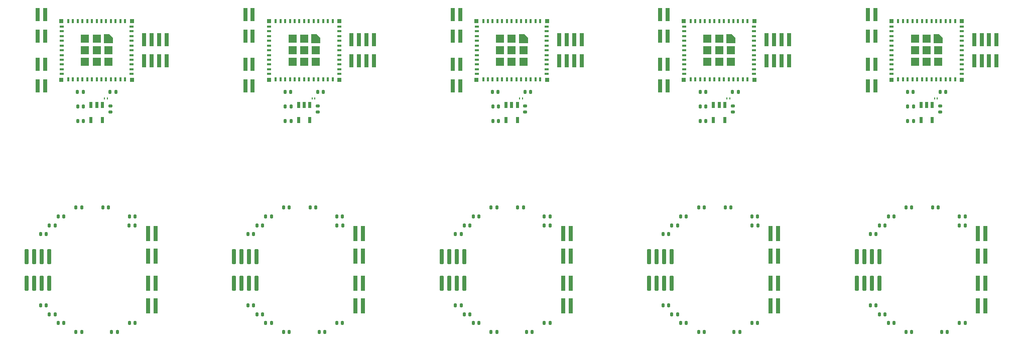
<source format=gbr>
%TF.GenerationSoftware,KiCad,Pcbnew,8.0.2-1*%
%TF.CreationDate,2025-04-11T08:43:50-07:00*%
%TF.ProjectId,Small_Pendant,536d616c-6c5f-4506-956e-64616e742e6b,rev?*%
%TF.SameCoordinates,Original*%
%TF.FileFunction,Paste,Bot*%
%TF.FilePolarity,Positive*%
%FSLAX46Y46*%
G04 Gerber Fmt 4.6, Leading zero omitted, Abs format (unit mm)*
G04 Created by KiCad (PCBNEW 8.0.2-1) date 2025-04-11 08:43:50*
%MOMM*%
%LPD*%
G01*
G04 APERTURE LIST*
G04 Aperture macros list*
%AMRoundRect*
0 Rectangle with rounded corners*
0 $1 Rounding radius*
0 $2 $3 $4 $5 $6 $7 $8 $9 X,Y pos of 4 corners*
0 Add a 4 corners polygon primitive as box body*
4,1,4,$2,$3,$4,$5,$6,$7,$8,$9,$2,$3,0*
0 Add four circle primitives for the rounded corners*
1,1,$1+$1,$2,$3*
1,1,$1+$1,$4,$5*
1,1,$1+$1,$6,$7*
1,1,$1+$1,$8,$9*
0 Add four rect primitives between the rounded corners*
20,1,$1+$1,$2,$3,$4,$5,0*
20,1,$1+$1,$4,$5,$6,$7,0*
20,1,$1+$1,$6,$7,$8,$9,0*
20,1,$1+$1,$8,$9,$2,$3,0*%
%AMFreePoly0*
4,1,14,0.765355,0.765355,0.780000,0.730000,0.780000,-0.720000,0.765355,-0.755355,0.730000,-0.770000,-0.120000,-0.770000,-0.155355,-0.755355,-0.755355,-0.155355,-0.770000,-0.120000,-0.770000,0.730000,-0.755355,0.765355,-0.720000,0.780000,0.730000,0.780000,0.765355,0.765355,0.765355,0.765355,$1*%
G04 Aperture macros list end*
%ADD10RoundRect,0.190000X0.190000X1.060000X-0.190000X1.060000X-0.190000X-1.060000X0.190000X-1.060000X0*%
%ADD11RoundRect,0.140000X0.140000X0.170000X-0.140000X0.170000X-0.140000X-0.170000X0.140000X-0.170000X0*%
%ADD12RoundRect,0.185000X-0.185000X0.915000X-0.185000X-0.915000X0.185000X-0.915000X0.185000X0.915000X0*%
%ADD13RoundRect,0.185000X-0.185000X1.115000X-0.185000X-1.115000X0.185000X-1.115000X0.185000X1.115000X0*%
%ADD14RoundRect,0.185000X0.185000X-0.915000X0.185000X0.915000X-0.185000X0.915000X-0.185000X-0.915000X0*%
%ADD15RoundRect,0.140000X-0.140000X-0.170000X0.140000X-0.170000X0.140000X0.170000X-0.140000X0.170000X0*%
%ADD16R,0.620000X1.100000*%
%ADD17R,0.800000X0.400000*%
%ADD18R,0.400000X0.800000*%
%ADD19R,1.450000X1.450000*%
%ADD20FreePoly0,180.000000*%
%ADD21R,0.700000X0.700000*%
%ADD22R,0.200000X0.350000*%
%ADD23RoundRect,0.135000X0.185000X-0.135000X0.185000X0.135000X-0.185000X0.135000X-0.185000X-0.135000X0*%
%ADD24RoundRect,0.135000X0.135000X0.185000X-0.135000X0.185000X-0.135000X-0.185000X0.135000X-0.185000X0*%
G04 APERTURE END LIST*
D10*
%TO.C,J35*%
X172000000Y-79250000D03*
X172000000Y-74750000D03*
X170730000Y-79250000D03*
X170730000Y-74750000D03*
X169460000Y-79250000D03*
X169460000Y-74750000D03*
X168190000Y-79250000D03*
X168190000Y-74750000D03*
%TD*%
D11*
%TO.C,C136*%
X177480000Y-87500000D03*
X176520000Y-87500000D03*
%TD*%
%TO.C,C121*%
X177780000Y-51900000D03*
X176820000Y-51900000D03*
%TD*%
D12*
%TO.C,J32*%
X188000000Y-38200000D03*
X188000000Y-41800000D03*
X189270000Y-38200000D03*
X189270000Y-41800000D03*
X190530000Y-38200000D03*
X190530000Y-41800000D03*
X191800000Y-38200000D03*
X191800000Y-41800000D03*
%TD*%
D11*
%TO.C,C131*%
X172980000Y-69500000D03*
X172020000Y-69500000D03*
%TD*%
D13*
%TO.C,J33*%
X188670000Y-70900000D03*
X188670000Y-74700000D03*
X189930000Y-70900000D03*
X189930000Y-74700000D03*
%TD*%
D11*
%TO.C,C137*%
X183480000Y-87500000D03*
X182520000Y-87500000D03*
%TD*%
%TO.C,C127*%
X177730000Y-46990000D03*
X176770000Y-46990000D03*
%TD*%
%TO.C,C134*%
X172980000Y-84500000D03*
X172020000Y-84500000D03*
%TD*%
D14*
%TO.C,J30*%
X171330000Y-34000000D03*
X171330000Y-37600000D03*
X170070000Y-34000000D03*
X170070000Y-37600000D03*
%TD*%
D15*
%TO.C,C139*%
X185520000Y-68000000D03*
X186480000Y-68000000D03*
%TD*%
%TO.C,C128*%
X182270000Y-46990000D03*
X183230000Y-46990000D03*
%TD*%
D16*
%TO.C,U18*%
X179050000Y-49200000D03*
X180000000Y-49200000D03*
X180950000Y-49200000D03*
X180950000Y-51800000D03*
X179050000Y-51800000D03*
%TD*%
D11*
%TO.C,C140*%
X181980000Y-66500000D03*
X181020000Y-66500000D03*
%TD*%
D15*
%TO.C,C133*%
X170520000Y-83000000D03*
X171480000Y-83000000D03*
%TD*%
D11*
%TO.C,C129*%
X177480000Y-66500000D03*
X176520000Y-66500000D03*
%TD*%
D17*
%TO.C,U17*%
X185900000Y-36000000D03*
X185900000Y-36800000D03*
X185900000Y-37600000D03*
X185900000Y-38400000D03*
X185900000Y-39200000D03*
X185900000Y-40000000D03*
X185900000Y-40800000D03*
X185900000Y-41600000D03*
X185900000Y-42400000D03*
X185900000Y-43200000D03*
X185900000Y-44000000D03*
D18*
X184800000Y-44900000D03*
X184000000Y-44900000D03*
X183200000Y-44900000D03*
X182400000Y-44900000D03*
X181600000Y-44900000D03*
X180800000Y-44900000D03*
X180000000Y-44900000D03*
X179200000Y-44900000D03*
X178400000Y-44900000D03*
X177600000Y-44900000D03*
X176800000Y-44900000D03*
X176000000Y-44900000D03*
X175200000Y-44900000D03*
D17*
X174100000Y-44000000D03*
X174100000Y-43200000D03*
X174100000Y-42400000D03*
X174100000Y-41600000D03*
X174100000Y-40800000D03*
X174100000Y-40000000D03*
X174100000Y-39200000D03*
X174100000Y-38400000D03*
X174100000Y-37600000D03*
X174100000Y-36800000D03*
X174100000Y-36000000D03*
D18*
X175200000Y-35100000D03*
X176000000Y-35100000D03*
X176800000Y-35100000D03*
X177600000Y-35100000D03*
X178400000Y-35100000D03*
X179200000Y-35100000D03*
X180000000Y-35100000D03*
X180800000Y-35100000D03*
X181600000Y-35100000D03*
X182400000Y-35100000D03*
X183200000Y-35100000D03*
X184000000Y-35100000D03*
X184800000Y-35100000D03*
D19*
X178030000Y-38030000D03*
X178030000Y-40000000D03*
X178030000Y-41980000D03*
X180000000Y-38030000D03*
X180000000Y-40000000D03*
X180000000Y-41980000D03*
D20*
X181980000Y-38020000D03*
D19*
X181980000Y-40000000D03*
X181980000Y-41980000D03*
D21*
X174050000Y-35050000D03*
X174050000Y-44950000D03*
X185950000Y-44950000D03*
X185950000Y-35050000D03*
%TD*%
D11*
%TO.C,C120*%
X177780000Y-49500000D03*
X176820000Y-49500000D03*
%TD*%
D13*
%TO.C,J34*%
X188670000Y-79300000D03*
X188670000Y-83100000D03*
X189930000Y-79300000D03*
X189930000Y-83100000D03*
%TD*%
D15*
%TO.C,C138*%
X185520000Y-86000000D03*
X186480000Y-86000000D03*
%TD*%
%TO.C,C135*%
X173520000Y-86000000D03*
X174480000Y-86000000D03*
%TD*%
D22*
%TO.C,D722*%
X181800000Y-48100000D03*
X181340000Y-48100000D03*
%TD*%
D15*
%TO.C,C130*%
X173520000Y-68000000D03*
X174480000Y-68000000D03*
%TD*%
D14*
%TO.C,J31*%
X171330000Y-46000000D03*
X171330000Y-42400000D03*
X170070000Y-46000000D03*
X170070000Y-42400000D03*
%TD*%
D23*
%TO.C,R55*%
X182300000Y-50410000D03*
X182300000Y-49390000D03*
%TD*%
D24*
%TO.C,R60*%
X186510000Y-69500000D03*
X185490000Y-69500000D03*
%TD*%
D15*
%TO.C,C132*%
X170520000Y-71000000D03*
X171480000Y-71000000D03*
%TD*%
D10*
%TO.C,J28*%
X137000000Y-79250000D03*
X137000000Y-74750000D03*
X135730000Y-79250000D03*
X135730000Y-74750000D03*
X134460000Y-79250000D03*
X134460000Y-74750000D03*
X133190000Y-79250000D03*
X133190000Y-74750000D03*
%TD*%
D11*
%TO.C,C108*%
X142480000Y-87500000D03*
X141520000Y-87500000D03*
%TD*%
%TO.C,C93*%
X142780000Y-51900000D03*
X141820000Y-51900000D03*
%TD*%
D12*
%TO.C,J25*%
X153000000Y-38200000D03*
X153000000Y-41800000D03*
X154270000Y-38200000D03*
X154270000Y-41800000D03*
X155530000Y-38200000D03*
X155530000Y-41800000D03*
X156800000Y-38200000D03*
X156800000Y-41800000D03*
%TD*%
D11*
%TO.C,C103*%
X137980000Y-69500000D03*
X137020000Y-69500000D03*
%TD*%
D13*
%TO.C,J26*%
X153670000Y-70900000D03*
X153670000Y-74700000D03*
X154930000Y-70900000D03*
X154930000Y-74700000D03*
%TD*%
D11*
%TO.C,C109*%
X148480000Y-87500000D03*
X147520000Y-87500000D03*
%TD*%
%TO.C,C99*%
X142730000Y-46990000D03*
X141770000Y-46990000D03*
%TD*%
%TO.C,C106*%
X137980000Y-84500000D03*
X137020000Y-84500000D03*
%TD*%
D14*
%TO.C,J23*%
X136330000Y-34000000D03*
X136330000Y-37600000D03*
X135070000Y-34000000D03*
X135070000Y-37600000D03*
%TD*%
D15*
%TO.C,C111*%
X150520000Y-68000000D03*
X151480000Y-68000000D03*
%TD*%
%TO.C,C100*%
X147270000Y-46990000D03*
X148230000Y-46990000D03*
%TD*%
D16*
%TO.C,U14*%
X144050000Y-49200000D03*
X145000000Y-49200000D03*
X145950000Y-49200000D03*
X145950000Y-51800000D03*
X144050000Y-51800000D03*
%TD*%
D11*
%TO.C,C112*%
X146980000Y-66500000D03*
X146020000Y-66500000D03*
%TD*%
D15*
%TO.C,C105*%
X135520000Y-83000000D03*
X136480000Y-83000000D03*
%TD*%
D11*
%TO.C,C101*%
X142480000Y-66500000D03*
X141520000Y-66500000D03*
%TD*%
D17*
%TO.C,U13*%
X150900000Y-36000000D03*
X150900000Y-36800000D03*
X150900000Y-37600000D03*
X150900000Y-38400000D03*
X150900000Y-39200000D03*
X150900000Y-40000000D03*
X150900000Y-40800000D03*
X150900000Y-41600000D03*
X150900000Y-42400000D03*
X150900000Y-43200000D03*
X150900000Y-44000000D03*
D18*
X149800000Y-44900000D03*
X149000000Y-44900000D03*
X148200000Y-44900000D03*
X147400000Y-44900000D03*
X146600000Y-44900000D03*
X145800000Y-44900000D03*
X145000000Y-44900000D03*
X144200000Y-44900000D03*
X143400000Y-44900000D03*
X142600000Y-44900000D03*
X141800000Y-44900000D03*
X141000000Y-44900000D03*
X140200000Y-44900000D03*
D17*
X139100000Y-44000000D03*
X139100000Y-43200000D03*
X139100000Y-42400000D03*
X139100000Y-41600000D03*
X139100000Y-40800000D03*
X139100000Y-40000000D03*
X139100000Y-39200000D03*
X139100000Y-38400000D03*
X139100000Y-37600000D03*
X139100000Y-36800000D03*
X139100000Y-36000000D03*
D18*
X140200000Y-35100000D03*
X141000000Y-35100000D03*
X141800000Y-35100000D03*
X142600000Y-35100000D03*
X143400000Y-35100000D03*
X144200000Y-35100000D03*
X145000000Y-35100000D03*
X145800000Y-35100000D03*
X146600000Y-35100000D03*
X147400000Y-35100000D03*
X148200000Y-35100000D03*
X149000000Y-35100000D03*
X149800000Y-35100000D03*
D19*
X143030000Y-38030000D03*
X143030000Y-40000000D03*
X143030000Y-41980000D03*
X145000000Y-38030000D03*
X145000000Y-40000000D03*
X145000000Y-41980000D03*
D20*
X146980000Y-38020000D03*
D19*
X146980000Y-40000000D03*
X146980000Y-41980000D03*
D21*
X139050000Y-35050000D03*
X139050000Y-44950000D03*
X150950000Y-44950000D03*
X150950000Y-35050000D03*
%TD*%
D11*
%TO.C,C92*%
X142780000Y-49500000D03*
X141820000Y-49500000D03*
%TD*%
D13*
%TO.C,J27*%
X153670000Y-79300000D03*
X153670000Y-83100000D03*
X154930000Y-79300000D03*
X154930000Y-83100000D03*
%TD*%
D15*
%TO.C,C110*%
X150520000Y-86000000D03*
X151480000Y-86000000D03*
%TD*%
%TO.C,C107*%
X138520000Y-86000000D03*
X139480000Y-86000000D03*
%TD*%
D22*
%TO.C,D542*%
X146800000Y-48100000D03*
X146340000Y-48100000D03*
%TD*%
D15*
%TO.C,C102*%
X138520000Y-68000000D03*
X139480000Y-68000000D03*
%TD*%
D14*
%TO.C,J24*%
X136330000Y-46000000D03*
X136330000Y-42400000D03*
X135070000Y-46000000D03*
X135070000Y-42400000D03*
%TD*%
D23*
%TO.C,R43*%
X147300000Y-50410000D03*
X147300000Y-49390000D03*
%TD*%
D24*
%TO.C,R48*%
X151510000Y-69500000D03*
X150490000Y-69500000D03*
%TD*%
D15*
%TO.C,C104*%
X135520000Y-71000000D03*
X136480000Y-71000000D03*
%TD*%
D10*
%TO.C,J21*%
X102000000Y-79250000D03*
X102000000Y-74750000D03*
X100730000Y-79250000D03*
X100730000Y-74750000D03*
X99460000Y-79250000D03*
X99460000Y-74750000D03*
X98190000Y-79250000D03*
X98190000Y-74750000D03*
%TD*%
D11*
%TO.C,C80*%
X107480000Y-87500000D03*
X106520000Y-87500000D03*
%TD*%
%TO.C,C65*%
X107780000Y-51900000D03*
X106820000Y-51900000D03*
%TD*%
D12*
%TO.C,J18*%
X118000000Y-38200000D03*
X118000000Y-41800000D03*
X119270000Y-38200000D03*
X119270000Y-41800000D03*
X120530000Y-38200000D03*
X120530000Y-41800000D03*
X121800000Y-38200000D03*
X121800000Y-41800000D03*
%TD*%
D11*
%TO.C,C75*%
X102980000Y-69500000D03*
X102020000Y-69500000D03*
%TD*%
D13*
%TO.C,J19*%
X118670000Y-70900000D03*
X118670000Y-74700000D03*
X119930000Y-70900000D03*
X119930000Y-74700000D03*
%TD*%
D11*
%TO.C,C81*%
X113480000Y-87500000D03*
X112520000Y-87500000D03*
%TD*%
%TO.C,C71*%
X107730000Y-46990000D03*
X106770000Y-46990000D03*
%TD*%
%TO.C,C78*%
X102980000Y-84500000D03*
X102020000Y-84500000D03*
%TD*%
D14*
%TO.C,J16*%
X101330000Y-34000000D03*
X101330000Y-37600000D03*
X100070000Y-34000000D03*
X100070000Y-37600000D03*
%TD*%
D15*
%TO.C,C83*%
X115520000Y-68000000D03*
X116480000Y-68000000D03*
%TD*%
%TO.C,C72*%
X112270000Y-46990000D03*
X113230000Y-46990000D03*
%TD*%
D16*
%TO.C,U10*%
X109050000Y-49200000D03*
X110000000Y-49200000D03*
X110950000Y-49200000D03*
X110950000Y-51800000D03*
X109050000Y-51800000D03*
%TD*%
D11*
%TO.C,C84*%
X111980000Y-66500000D03*
X111020000Y-66500000D03*
%TD*%
D15*
%TO.C,C77*%
X100520000Y-83000000D03*
X101480000Y-83000000D03*
%TD*%
D11*
%TO.C,C73*%
X107480000Y-66500000D03*
X106520000Y-66500000D03*
%TD*%
D17*
%TO.C,U9*%
X115900000Y-36000000D03*
X115900000Y-36800000D03*
X115900000Y-37600000D03*
X115900000Y-38400000D03*
X115900000Y-39200000D03*
X115900000Y-40000000D03*
X115900000Y-40800000D03*
X115900000Y-41600000D03*
X115900000Y-42400000D03*
X115900000Y-43200000D03*
X115900000Y-44000000D03*
D18*
X114800000Y-44900000D03*
X114000000Y-44900000D03*
X113200000Y-44900000D03*
X112400000Y-44900000D03*
X111600000Y-44900000D03*
X110800000Y-44900000D03*
X110000000Y-44900000D03*
X109200000Y-44900000D03*
X108400000Y-44900000D03*
X107600000Y-44900000D03*
X106800000Y-44900000D03*
X106000000Y-44900000D03*
X105200000Y-44900000D03*
D17*
X104100000Y-44000000D03*
X104100000Y-43200000D03*
X104100000Y-42400000D03*
X104100000Y-41600000D03*
X104100000Y-40800000D03*
X104100000Y-40000000D03*
X104100000Y-39200000D03*
X104100000Y-38400000D03*
X104100000Y-37600000D03*
X104100000Y-36800000D03*
X104100000Y-36000000D03*
D18*
X105200000Y-35100000D03*
X106000000Y-35100000D03*
X106800000Y-35100000D03*
X107600000Y-35100000D03*
X108400000Y-35100000D03*
X109200000Y-35100000D03*
X110000000Y-35100000D03*
X110800000Y-35100000D03*
X111600000Y-35100000D03*
X112400000Y-35100000D03*
X113200000Y-35100000D03*
X114000000Y-35100000D03*
X114800000Y-35100000D03*
D19*
X108030000Y-38030000D03*
X108030000Y-40000000D03*
X108030000Y-41980000D03*
X110000000Y-38030000D03*
X110000000Y-40000000D03*
X110000000Y-41980000D03*
D20*
X111980000Y-38020000D03*
D19*
X111980000Y-40000000D03*
X111980000Y-41980000D03*
D21*
X104050000Y-35050000D03*
X104050000Y-44950000D03*
X115950000Y-44950000D03*
X115950000Y-35050000D03*
%TD*%
D11*
%TO.C,C64*%
X107780000Y-49500000D03*
X106820000Y-49500000D03*
%TD*%
D13*
%TO.C,J20*%
X118670000Y-79300000D03*
X118670000Y-83100000D03*
X119930000Y-79300000D03*
X119930000Y-83100000D03*
%TD*%
D15*
%TO.C,C82*%
X115520000Y-86000000D03*
X116480000Y-86000000D03*
%TD*%
%TO.C,C79*%
X103520000Y-86000000D03*
X104480000Y-86000000D03*
%TD*%
D22*
%TO.C,D362*%
X111800000Y-48100000D03*
X111340000Y-48100000D03*
%TD*%
D15*
%TO.C,C74*%
X103520000Y-68000000D03*
X104480000Y-68000000D03*
%TD*%
D14*
%TO.C,J17*%
X101330000Y-46000000D03*
X101330000Y-42400000D03*
X100070000Y-46000000D03*
X100070000Y-42400000D03*
%TD*%
D23*
%TO.C,R31*%
X112300000Y-50410000D03*
X112300000Y-49390000D03*
%TD*%
D24*
%TO.C,R36*%
X116510000Y-69500000D03*
X115490000Y-69500000D03*
%TD*%
D15*
%TO.C,C76*%
X100520000Y-71000000D03*
X101480000Y-71000000D03*
%TD*%
D10*
%TO.C,J14*%
X67000000Y-79250000D03*
X67000000Y-74750000D03*
X65730000Y-79250000D03*
X65730000Y-74750000D03*
X64460000Y-79250000D03*
X64460000Y-74750000D03*
X63190000Y-79250000D03*
X63190000Y-74750000D03*
%TD*%
D11*
%TO.C,C52*%
X72480000Y-87500000D03*
X71520000Y-87500000D03*
%TD*%
%TO.C,C37*%
X72780000Y-51900000D03*
X71820000Y-51900000D03*
%TD*%
D12*
%TO.C,J11*%
X83000000Y-38200000D03*
X83000000Y-41800000D03*
X84270000Y-38200000D03*
X84270000Y-41800000D03*
X85530000Y-38200000D03*
X85530000Y-41800000D03*
X86800000Y-38200000D03*
X86800000Y-41800000D03*
%TD*%
D11*
%TO.C,C47*%
X67980000Y-69500000D03*
X67020000Y-69500000D03*
%TD*%
D13*
%TO.C,J12*%
X83670000Y-70900000D03*
X83670000Y-74700000D03*
X84930000Y-70900000D03*
X84930000Y-74700000D03*
%TD*%
D11*
%TO.C,C53*%
X78480000Y-87500000D03*
X77520000Y-87500000D03*
%TD*%
%TO.C,C43*%
X72730000Y-46990000D03*
X71770000Y-46990000D03*
%TD*%
%TO.C,C50*%
X67980000Y-84500000D03*
X67020000Y-84500000D03*
%TD*%
D14*
%TO.C,J9*%
X66330000Y-34000000D03*
X66330000Y-37600000D03*
X65070000Y-34000000D03*
X65070000Y-37600000D03*
%TD*%
D15*
%TO.C,C55*%
X80520000Y-68000000D03*
X81480000Y-68000000D03*
%TD*%
%TO.C,C44*%
X77270000Y-46990000D03*
X78230000Y-46990000D03*
%TD*%
D16*
%TO.C,U6*%
X74050000Y-49200000D03*
X75000000Y-49200000D03*
X75950000Y-49200000D03*
X75950000Y-51800000D03*
X74050000Y-51800000D03*
%TD*%
D11*
%TO.C,C56*%
X76980000Y-66500000D03*
X76020000Y-66500000D03*
%TD*%
D15*
%TO.C,C49*%
X65520000Y-83000000D03*
X66480000Y-83000000D03*
%TD*%
D11*
%TO.C,C45*%
X72480000Y-66500000D03*
X71520000Y-66500000D03*
%TD*%
D17*
%TO.C,U5*%
X80900000Y-36000000D03*
X80900000Y-36800000D03*
X80900000Y-37600000D03*
X80900000Y-38400000D03*
X80900000Y-39200000D03*
X80900000Y-40000000D03*
X80900000Y-40800000D03*
X80900000Y-41600000D03*
X80900000Y-42400000D03*
X80900000Y-43200000D03*
X80900000Y-44000000D03*
D18*
X79800000Y-44900000D03*
X79000000Y-44900000D03*
X78200000Y-44900000D03*
X77400000Y-44900000D03*
X76600000Y-44900000D03*
X75800000Y-44900000D03*
X75000000Y-44900000D03*
X74200000Y-44900000D03*
X73400000Y-44900000D03*
X72600000Y-44900000D03*
X71800000Y-44900000D03*
X71000000Y-44900000D03*
X70200000Y-44900000D03*
D17*
X69100000Y-44000000D03*
X69100000Y-43200000D03*
X69100000Y-42400000D03*
X69100000Y-41600000D03*
X69100000Y-40800000D03*
X69100000Y-40000000D03*
X69100000Y-39200000D03*
X69100000Y-38400000D03*
X69100000Y-37600000D03*
X69100000Y-36800000D03*
X69100000Y-36000000D03*
D18*
X70200000Y-35100000D03*
X71000000Y-35100000D03*
X71800000Y-35100000D03*
X72600000Y-35100000D03*
X73400000Y-35100000D03*
X74200000Y-35100000D03*
X75000000Y-35100000D03*
X75800000Y-35100000D03*
X76600000Y-35100000D03*
X77400000Y-35100000D03*
X78200000Y-35100000D03*
X79000000Y-35100000D03*
X79800000Y-35100000D03*
D19*
X73030000Y-38030000D03*
X73030000Y-40000000D03*
X73030000Y-41980000D03*
X75000000Y-38030000D03*
X75000000Y-40000000D03*
X75000000Y-41980000D03*
D20*
X76980000Y-38020000D03*
D19*
X76980000Y-40000000D03*
X76980000Y-41980000D03*
D21*
X69050000Y-35050000D03*
X69050000Y-44950000D03*
X80950000Y-44950000D03*
X80950000Y-35050000D03*
%TD*%
D11*
%TO.C,C36*%
X72780000Y-49500000D03*
X71820000Y-49500000D03*
%TD*%
D13*
%TO.C,J13*%
X83670000Y-79300000D03*
X83670000Y-83100000D03*
X84930000Y-79300000D03*
X84930000Y-83100000D03*
%TD*%
D15*
%TO.C,C54*%
X80520000Y-86000000D03*
X81480000Y-86000000D03*
%TD*%
%TO.C,C51*%
X68520000Y-86000000D03*
X69480000Y-86000000D03*
%TD*%
D22*
%TO.C,D182*%
X76800000Y-48100000D03*
X76340000Y-48100000D03*
%TD*%
D15*
%TO.C,C46*%
X68520000Y-68000000D03*
X69480000Y-68000000D03*
%TD*%
D14*
%TO.C,J10*%
X66330000Y-46000000D03*
X66330000Y-42400000D03*
X65070000Y-46000000D03*
X65070000Y-42400000D03*
%TD*%
D23*
%TO.C,R19*%
X77300000Y-50410000D03*
X77300000Y-49390000D03*
%TD*%
D24*
%TO.C,R24*%
X81510000Y-69500000D03*
X80490000Y-69500000D03*
%TD*%
D15*
%TO.C,C48*%
X65520000Y-71000000D03*
X66480000Y-71000000D03*
%TD*%
D10*
%TO.C,J7*%
X32000000Y-79250000D03*
X32000000Y-74750000D03*
X30730000Y-79250000D03*
X30730000Y-74750000D03*
X29460000Y-79250000D03*
X29460000Y-74750000D03*
X28190000Y-79250000D03*
X28190000Y-74750000D03*
%TD*%
D11*
%TO.C,C8*%
X37780000Y-49500000D03*
X36820000Y-49500000D03*
%TD*%
D13*
%TO.C,J6*%
X48670000Y-79300000D03*
X48670000Y-83100000D03*
X49930000Y-79300000D03*
X49930000Y-83100000D03*
%TD*%
D15*
%TO.C,C26*%
X45520000Y-86000000D03*
X46480000Y-86000000D03*
%TD*%
%TO.C,C23*%
X33520000Y-86000000D03*
X34480000Y-86000000D03*
%TD*%
D22*
%TO.C,D2*%
X41800000Y-48100000D03*
X41340000Y-48100000D03*
%TD*%
D15*
%TO.C,C18*%
X33520000Y-68000000D03*
X34480000Y-68000000D03*
%TD*%
D14*
%TO.C,J3*%
X31330000Y-46000000D03*
X31330000Y-42400000D03*
X30070000Y-46000000D03*
X30070000Y-42400000D03*
%TD*%
D23*
%TO.C,R7*%
X42300000Y-50410000D03*
X42300000Y-49390000D03*
%TD*%
D11*
%TO.C,C24*%
X37480000Y-87500000D03*
X36520000Y-87500000D03*
%TD*%
%TO.C,C9*%
X37780000Y-51900000D03*
X36820000Y-51900000D03*
%TD*%
D12*
%TO.C,J4*%
X48000000Y-38200000D03*
X48000000Y-41800000D03*
X49270000Y-38200000D03*
X49270000Y-41800000D03*
X50530000Y-38200000D03*
X50530000Y-41800000D03*
X51800000Y-38200000D03*
X51800000Y-41800000D03*
%TD*%
D11*
%TO.C,C19*%
X32980000Y-69500000D03*
X32020000Y-69500000D03*
%TD*%
D13*
%TO.C,J5*%
X48670000Y-70900000D03*
X48670000Y-74700000D03*
X49930000Y-70900000D03*
X49930000Y-74700000D03*
%TD*%
D11*
%TO.C,C25*%
X43480000Y-87500000D03*
X42520000Y-87500000D03*
%TD*%
%TO.C,C15*%
X37730000Y-46990000D03*
X36770000Y-46990000D03*
%TD*%
%TO.C,C22*%
X32980000Y-84500000D03*
X32020000Y-84500000D03*
%TD*%
D14*
%TO.C,J2*%
X31330000Y-34000000D03*
X31330000Y-37600000D03*
X30070000Y-34000000D03*
X30070000Y-37600000D03*
%TD*%
D15*
%TO.C,C27*%
X45520000Y-68000000D03*
X46480000Y-68000000D03*
%TD*%
%TO.C,C16*%
X42270000Y-46990000D03*
X43230000Y-46990000D03*
%TD*%
D16*
%TO.C,U2*%
X39050000Y-49200000D03*
X40000000Y-49200000D03*
X40950000Y-49200000D03*
X40950000Y-51800000D03*
X39050000Y-51800000D03*
%TD*%
D11*
%TO.C,C28*%
X41980000Y-66500000D03*
X41020000Y-66500000D03*
%TD*%
D15*
%TO.C,C21*%
X30520000Y-83000000D03*
X31480000Y-83000000D03*
%TD*%
D11*
%TO.C,C17*%
X37480000Y-66500000D03*
X36520000Y-66500000D03*
%TD*%
D17*
%TO.C,U1*%
X45900000Y-36000000D03*
X45900000Y-36800000D03*
X45900000Y-37600000D03*
X45900000Y-38400000D03*
X45900000Y-39200000D03*
X45900000Y-40000000D03*
X45900000Y-40800000D03*
X45900000Y-41600000D03*
X45900000Y-42400000D03*
X45900000Y-43200000D03*
X45900000Y-44000000D03*
D18*
X44800000Y-44900000D03*
X44000000Y-44900000D03*
X43200000Y-44900000D03*
X42400000Y-44900000D03*
X41600000Y-44900000D03*
X40800000Y-44900000D03*
X40000000Y-44900000D03*
X39200000Y-44900000D03*
X38400000Y-44900000D03*
X37600000Y-44900000D03*
X36800000Y-44900000D03*
X36000000Y-44900000D03*
X35200000Y-44900000D03*
D17*
X34100000Y-44000000D03*
X34100000Y-43200000D03*
X34100000Y-42400000D03*
X34100000Y-41600000D03*
X34100000Y-40800000D03*
X34100000Y-40000000D03*
X34100000Y-39200000D03*
X34100000Y-38400000D03*
X34100000Y-37600000D03*
X34100000Y-36800000D03*
X34100000Y-36000000D03*
D18*
X35200000Y-35100000D03*
X36000000Y-35100000D03*
X36800000Y-35100000D03*
X37600000Y-35100000D03*
X38400000Y-35100000D03*
X39200000Y-35100000D03*
X40000000Y-35100000D03*
X40800000Y-35100000D03*
X41600000Y-35100000D03*
X42400000Y-35100000D03*
X43200000Y-35100000D03*
X44000000Y-35100000D03*
X44800000Y-35100000D03*
D19*
X38030000Y-38030000D03*
X38030000Y-40000000D03*
X38030000Y-41980000D03*
X40000000Y-38030000D03*
X40000000Y-40000000D03*
X40000000Y-41980000D03*
D20*
X41980000Y-38020000D03*
D19*
X41980000Y-40000000D03*
X41980000Y-41980000D03*
D21*
X34050000Y-35050000D03*
X34050000Y-44950000D03*
X45950000Y-44950000D03*
X45950000Y-35050000D03*
%TD*%
D24*
%TO.C,R12*%
X46510000Y-69500000D03*
X45490000Y-69500000D03*
%TD*%
D15*
%TO.C,C20*%
X30520000Y-71000000D03*
X31480000Y-71000000D03*
%TD*%
M02*

</source>
